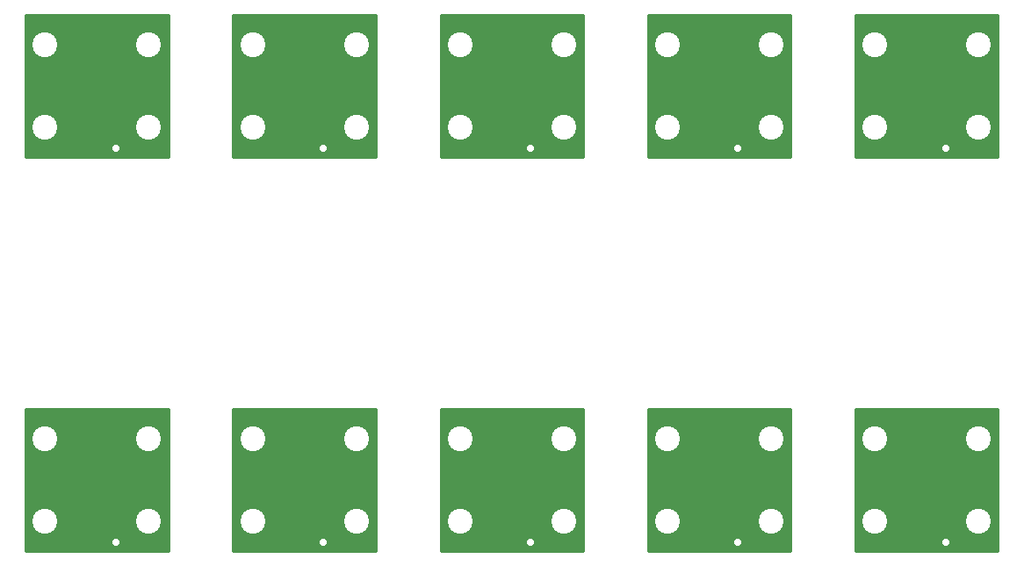
<source format=gbr>
G04 #@! TF.FileFunction,Legend,Bot*
%FSLAX46Y46*%
G04 Gerber Fmt 4.6, Leading zero omitted, Abs format (unit mm)*
G04 Created by KiCad (PCBNEW 4.0.4-stable) date 01/10/17 11:03:04*
%MOMM*%
%LPD*%
G01*
G04 APERTURE LIST*
%ADD10C,0.100000*%
%ADD11C,0.254000*%
%ADD12C,5.900000*%
%ADD13C,0.600000*%
%ADD14C,2.400000*%
%ADD15C,0.700000*%
G04 APERTURE END LIST*
D10*
D11*
G36*
X86873000Y-55873000D02*
X73127000Y-55873000D01*
X73127000Y-42127000D01*
X86873000Y-42127000D01*
X86873000Y-55873000D01*
X86873000Y-55873000D01*
G37*
X86873000Y-55873000D02*
X73127000Y-55873000D01*
X73127000Y-42127000D01*
X86873000Y-42127000D01*
X86873000Y-55873000D01*
G36*
X86873000Y-93873000D02*
X73127000Y-93873000D01*
X73127000Y-80127000D01*
X86873000Y-80127000D01*
X86873000Y-93873000D01*
X86873000Y-93873000D01*
G37*
X86873000Y-93873000D02*
X73127000Y-93873000D01*
X73127000Y-80127000D01*
X86873000Y-80127000D01*
X86873000Y-93873000D01*
G36*
X106873000Y-55873000D02*
X93127000Y-55873000D01*
X93127000Y-42127000D01*
X106873000Y-42127000D01*
X106873000Y-55873000D01*
X106873000Y-55873000D01*
G37*
X106873000Y-55873000D02*
X93127000Y-55873000D01*
X93127000Y-42127000D01*
X106873000Y-42127000D01*
X106873000Y-55873000D01*
G36*
X106873000Y-93873000D02*
X93127000Y-93873000D01*
X93127000Y-80127000D01*
X106873000Y-80127000D01*
X106873000Y-93873000D01*
X106873000Y-93873000D01*
G37*
X106873000Y-93873000D02*
X93127000Y-93873000D01*
X93127000Y-80127000D01*
X106873000Y-80127000D01*
X106873000Y-93873000D01*
G36*
X126873000Y-55873000D02*
X113127000Y-55873000D01*
X113127000Y-42127000D01*
X126873000Y-42127000D01*
X126873000Y-55873000D01*
X126873000Y-55873000D01*
G37*
X126873000Y-55873000D02*
X113127000Y-55873000D01*
X113127000Y-42127000D01*
X126873000Y-42127000D01*
X126873000Y-55873000D01*
G36*
X126873000Y-93873000D02*
X113127000Y-93873000D01*
X113127000Y-80127000D01*
X126873000Y-80127000D01*
X126873000Y-93873000D01*
X126873000Y-93873000D01*
G37*
X126873000Y-93873000D02*
X113127000Y-93873000D01*
X113127000Y-80127000D01*
X126873000Y-80127000D01*
X126873000Y-93873000D01*
G36*
X146873000Y-55873000D02*
X133127000Y-55873000D01*
X133127000Y-42127000D01*
X146873000Y-42127000D01*
X146873000Y-55873000D01*
X146873000Y-55873000D01*
G37*
X146873000Y-55873000D02*
X133127000Y-55873000D01*
X133127000Y-42127000D01*
X146873000Y-42127000D01*
X146873000Y-55873000D01*
G36*
X146873000Y-93873000D02*
X133127000Y-93873000D01*
X133127000Y-80127000D01*
X146873000Y-80127000D01*
X146873000Y-93873000D01*
X146873000Y-93873000D01*
G37*
X146873000Y-93873000D02*
X133127000Y-93873000D01*
X133127000Y-80127000D01*
X146873000Y-80127000D01*
X146873000Y-93873000D01*
G36*
X166873000Y-55873000D02*
X153127000Y-55873000D01*
X153127000Y-42127000D01*
X166873000Y-42127000D01*
X166873000Y-55873000D01*
X166873000Y-55873000D01*
G37*
X166873000Y-55873000D02*
X153127000Y-55873000D01*
X153127000Y-42127000D01*
X166873000Y-42127000D01*
X166873000Y-55873000D01*
G36*
X166873000Y-93873000D02*
X153127000Y-93873000D01*
X153127000Y-80127000D01*
X166873000Y-80127000D01*
X166873000Y-93873000D01*
X166873000Y-93873000D01*
G37*
X166873000Y-93873000D02*
X153127000Y-93873000D01*
X153127000Y-80127000D01*
X166873000Y-80127000D01*
X166873000Y-93873000D01*
%LPC*%
D12*
X90000000Y-111000000D03*
D13*
X90000000Y-108714000D03*
X87714000Y-111000000D03*
X91600000Y-109400000D03*
X92286000Y-111000000D03*
X88400000Y-109400000D03*
X88400000Y-112600000D03*
X90000000Y-113286000D03*
X91600000Y-112600000D03*
D12*
X75000000Y-111000000D03*
D13*
X75000000Y-108714000D03*
X72714000Y-111000000D03*
X76600000Y-109400000D03*
X77286000Y-111000000D03*
X73400000Y-109400000D03*
X73400000Y-112600000D03*
X75000000Y-113286000D03*
X76600000Y-112600000D03*
D12*
X165000000Y-111000000D03*
D13*
X165000000Y-108714000D03*
X162714000Y-111000000D03*
X166600000Y-109400000D03*
X167286000Y-111000000D03*
X163400000Y-109400000D03*
X163400000Y-112600000D03*
X165000000Y-113286000D03*
X166600000Y-112600000D03*
D12*
X130000000Y-111000000D03*
D13*
X130000000Y-108714000D03*
X127714000Y-111000000D03*
X131600000Y-109400000D03*
X132286000Y-111000000D03*
X128400000Y-109400000D03*
X128400000Y-112600000D03*
X130000000Y-113286000D03*
X131600000Y-112600000D03*
D12*
X90000000Y-25000000D03*
D13*
X90000000Y-22714000D03*
X87714000Y-25000000D03*
X91600000Y-23400000D03*
X92286000Y-25000000D03*
X88400000Y-23400000D03*
X88400000Y-26600000D03*
X90000000Y-27286000D03*
X91600000Y-26600000D03*
D12*
X75000000Y-25000000D03*
D13*
X75000000Y-22714000D03*
X72714000Y-25000000D03*
X76600000Y-23400000D03*
X77286000Y-25000000D03*
X73400000Y-23400000D03*
X73400000Y-26600000D03*
X75000000Y-27286000D03*
X76600000Y-26600000D03*
D12*
X130000000Y-25000000D03*
D13*
X130000000Y-22714000D03*
X127714000Y-25000000D03*
X131600000Y-23400000D03*
X132286000Y-25000000D03*
X128400000Y-23400000D03*
X128400000Y-26600000D03*
X130000000Y-27286000D03*
X131600000Y-26600000D03*
D14*
X155000000Y-91000000D03*
X165000000Y-91000000D03*
X155000000Y-53000000D03*
X155000000Y-45000000D03*
X165000000Y-53000000D03*
X165000000Y-45000000D03*
X155000000Y-83000000D03*
X165000000Y-83000000D03*
X135000000Y-91000000D03*
X145000000Y-91000000D03*
X135000000Y-53000000D03*
X135000000Y-45000000D03*
X145000000Y-53000000D03*
X145000000Y-45000000D03*
X135000000Y-83000000D03*
X145000000Y-83000000D03*
X115000000Y-91000000D03*
X125000000Y-91000000D03*
X115000000Y-53000000D03*
X115000000Y-45000000D03*
X125000000Y-53000000D03*
X125000000Y-45000000D03*
X115000000Y-83000000D03*
X125000000Y-83000000D03*
X95000000Y-83000000D03*
X105000000Y-83000000D03*
X105000000Y-53000000D03*
X95000000Y-53000000D03*
X105000000Y-45000000D03*
X95000000Y-45000000D03*
X105000000Y-91000000D03*
X95000000Y-91000000D03*
X85000000Y-83000000D03*
X75000000Y-83000000D03*
X75000000Y-91000000D03*
X85000000Y-91000000D03*
X75000000Y-45000000D03*
X75000000Y-53000000D03*
X85000000Y-45000000D03*
X85000000Y-53000000D03*
D12*
X165000000Y-25000000D03*
D13*
X165000000Y-22714000D03*
X162714000Y-25000000D03*
X166600000Y-23400000D03*
X167286000Y-25000000D03*
X163400000Y-23400000D03*
X163400000Y-26600000D03*
X165000000Y-27286000D03*
X166600000Y-26600000D03*
D15*
X163550000Y-56950000D03*
X152000000Y-57950000D03*
X151000000Y-57950000D03*
X151000000Y-58450000D03*
X151500000Y-57950000D03*
X152000000Y-58450000D03*
X151500000Y-58450000D03*
X151500000Y-60500000D03*
X152000000Y-60000000D03*
X151500000Y-60000000D03*
X151000000Y-60500000D03*
X151000000Y-60000000D03*
X152000000Y-60500000D03*
X151600000Y-73000000D03*
X151100000Y-73000000D03*
X151600000Y-72500000D03*
X151600000Y-72000000D03*
X151600000Y-71500000D03*
X151100000Y-71500000D03*
X151100000Y-72000000D03*
X151100000Y-72500000D03*
X151000000Y-59500000D03*
X151500000Y-59000000D03*
X152000000Y-58950000D03*
X151000000Y-58975000D03*
X151500000Y-59475000D03*
X152000000Y-59475000D03*
X153100000Y-38700000D03*
X153100000Y-38700000D03*
X151100000Y-35000000D03*
X151600000Y-35000000D03*
X151600000Y-34500000D03*
X151600000Y-34000000D03*
X151100000Y-34000000D03*
X151100000Y-33500000D03*
X151100000Y-34500000D03*
X151600000Y-33500000D03*
X161000000Y-39000000D03*
X160000000Y-38000000D03*
X162000000Y-38000000D03*
X160000000Y-40000000D03*
X160000000Y-39000000D03*
X161000000Y-38000000D03*
X156350000Y-40125000D03*
X162000000Y-39000000D03*
X160000000Y-78000000D03*
X153100000Y-76700000D03*
X153100000Y-76700000D03*
X156350000Y-78125000D03*
X160000000Y-77000000D03*
X160000000Y-76000000D03*
X161000000Y-77000000D03*
X162000000Y-76000000D03*
X161000000Y-76000000D03*
X162000000Y-77000000D03*
X151000000Y-95950000D03*
X152000000Y-96450000D03*
X152000000Y-95950000D03*
X151500000Y-96450000D03*
X151500000Y-95950000D03*
X151000000Y-96450000D03*
X151000000Y-98500000D03*
X151000000Y-98000000D03*
X152000000Y-98500000D03*
X152000000Y-98000000D03*
X151500000Y-98000000D03*
X151500000Y-98500000D03*
X163550000Y-94950000D03*
X152000000Y-96950000D03*
X151000000Y-96975000D03*
X152000000Y-97475000D03*
X151500000Y-97475000D03*
X151000000Y-97500000D03*
X151500000Y-97000000D03*
X143550000Y-56950000D03*
X132000000Y-57950000D03*
X131000000Y-57950000D03*
X131000000Y-58450000D03*
X131500000Y-57950000D03*
X132000000Y-58450000D03*
X131500000Y-58450000D03*
X131500000Y-60500000D03*
X132000000Y-60000000D03*
X131500000Y-60000000D03*
X131000000Y-60500000D03*
X131000000Y-60000000D03*
X132000000Y-60500000D03*
X131600000Y-73000000D03*
X131100000Y-73000000D03*
X131600000Y-72500000D03*
X131600000Y-72000000D03*
X131600000Y-71500000D03*
X131100000Y-71500000D03*
X131100000Y-72000000D03*
X131100000Y-72500000D03*
X131000000Y-59500000D03*
X131500000Y-59000000D03*
X132000000Y-58950000D03*
X131000000Y-58975000D03*
X131500000Y-59475000D03*
X132000000Y-59475000D03*
X133100000Y-38700000D03*
X133100000Y-38700000D03*
X131100000Y-35000000D03*
X131600000Y-35000000D03*
X131600000Y-34500000D03*
X131600000Y-34000000D03*
X131100000Y-34000000D03*
X131100000Y-33500000D03*
X131100000Y-34500000D03*
X131600000Y-33500000D03*
X141000000Y-39000000D03*
X140000000Y-38000000D03*
X142000000Y-38000000D03*
X140000000Y-40000000D03*
X140000000Y-39000000D03*
X141000000Y-38000000D03*
X136350000Y-40125000D03*
X142000000Y-39000000D03*
X140000000Y-78000000D03*
X133100000Y-76700000D03*
X133100000Y-76700000D03*
X136350000Y-78125000D03*
X140000000Y-77000000D03*
X140000000Y-76000000D03*
X141000000Y-77000000D03*
X142000000Y-76000000D03*
X141000000Y-76000000D03*
X142000000Y-77000000D03*
X131000000Y-95950000D03*
X132000000Y-96450000D03*
X132000000Y-95950000D03*
X131500000Y-96450000D03*
X131500000Y-95950000D03*
X131000000Y-96450000D03*
X131000000Y-98500000D03*
X131000000Y-98000000D03*
X132000000Y-98500000D03*
X132000000Y-98000000D03*
X131500000Y-98000000D03*
X131500000Y-98500000D03*
X143550000Y-94950000D03*
X132000000Y-96950000D03*
X131000000Y-96975000D03*
X132000000Y-97475000D03*
X131500000Y-97475000D03*
X131000000Y-97500000D03*
X131500000Y-97000000D03*
X123550000Y-56950000D03*
X112000000Y-57950000D03*
X111000000Y-57950000D03*
X111000000Y-58450000D03*
X111500000Y-57950000D03*
X112000000Y-58450000D03*
X111500000Y-58450000D03*
X111500000Y-60500000D03*
X112000000Y-60000000D03*
X111500000Y-60000000D03*
X111000000Y-60500000D03*
X111000000Y-60000000D03*
X112000000Y-60500000D03*
X111600000Y-73000000D03*
X111100000Y-73000000D03*
X111600000Y-72500000D03*
X111600000Y-72000000D03*
X111600000Y-71500000D03*
X111100000Y-71500000D03*
X111100000Y-72000000D03*
X111100000Y-72500000D03*
X111000000Y-59500000D03*
X111500000Y-59000000D03*
X112000000Y-58950000D03*
X111000000Y-58975000D03*
X111500000Y-59475000D03*
X112000000Y-59475000D03*
X113100000Y-38700000D03*
X113100000Y-38700000D03*
X111100000Y-35000000D03*
X111600000Y-35000000D03*
X111600000Y-34500000D03*
X111600000Y-34000000D03*
X111100000Y-34000000D03*
X111100000Y-33500000D03*
X111100000Y-34500000D03*
X111600000Y-33500000D03*
X121000000Y-39000000D03*
X120000000Y-38000000D03*
X122000000Y-38000000D03*
X120000000Y-40000000D03*
X120000000Y-39000000D03*
X121000000Y-38000000D03*
X116350000Y-40125000D03*
X122000000Y-39000000D03*
X120000000Y-78000000D03*
X113100000Y-76700000D03*
X113100000Y-76700000D03*
X116350000Y-78125000D03*
X120000000Y-77000000D03*
X120000000Y-76000000D03*
X121000000Y-77000000D03*
X122000000Y-76000000D03*
X121000000Y-76000000D03*
X122000000Y-77000000D03*
X111000000Y-95950000D03*
X112000000Y-96450000D03*
X112000000Y-95950000D03*
X111500000Y-96450000D03*
X111500000Y-95950000D03*
X111000000Y-96450000D03*
X111000000Y-98500000D03*
X111000000Y-98000000D03*
X112000000Y-98500000D03*
X112000000Y-98000000D03*
X111500000Y-98000000D03*
X111500000Y-98500000D03*
X123550000Y-94950000D03*
X112000000Y-96950000D03*
X111000000Y-96975000D03*
X112000000Y-97475000D03*
X111500000Y-97475000D03*
X111000000Y-97500000D03*
X111500000Y-97000000D03*
X101000000Y-77000000D03*
X102000000Y-77000000D03*
X102000000Y-76000000D03*
X100000000Y-78000000D03*
X101000000Y-76000000D03*
X96350000Y-78125000D03*
X100000000Y-77000000D03*
X100000000Y-76000000D03*
X103550000Y-56950000D03*
X93100000Y-76700000D03*
X91600000Y-73000000D03*
X93100000Y-76700000D03*
X91100000Y-73000000D03*
X91600000Y-72500000D03*
X92000000Y-58450000D03*
X91500000Y-58450000D03*
X91000000Y-57950000D03*
X92000000Y-57950000D03*
X91000000Y-58450000D03*
X91500000Y-57950000D03*
X92000000Y-59475000D03*
X91500000Y-59000000D03*
X92000000Y-58950000D03*
X91000000Y-58975000D03*
X91500000Y-59475000D03*
X91500000Y-60500000D03*
X92000000Y-60500000D03*
X91500000Y-60000000D03*
X91000000Y-60000000D03*
X91000000Y-59500000D03*
X92000000Y-60000000D03*
X91000000Y-60500000D03*
X91100000Y-72500000D03*
X91600000Y-72000000D03*
X91100000Y-71500000D03*
X91100000Y-72000000D03*
X91600000Y-71500000D03*
X93100000Y-38700000D03*
X93100000Y-38700000D03*
X91600000Y-35000000D03*
X91100000Y-35000000D03*
X91100000Y-34500000D03*
X91600000Y-34500000D03*
X91600000Y-34000000D03*
X91600000Y-33500000D03*
X91100000Y-34000000D03*
X91100000Y-33500000D03*
X101000000Y-38000000D03*
X102000000Y-38000000D03*
X101000000Y-39000000D03*
X102000000Y-39000000D03*
X100000000Y-38000000D03*
X100000000Y-39000000D03*
X100000000Y-40000000D03*
X96350000Y-40125000D03*
X91000000Y-98500000D03*
X92000000Y-98000000D03*
X91500000Y-98500000D03*
X91000000Y-98000000D03*
X91500000Y-98000000D03*
X92000000Y-98500000D03*
X103550000Y-94950000D03*
X91000000Y-95950000D03*
X92000000Y-96450000D03*
X91500000Y-96450000D03*
X92000000Y-95950000D03*
X91000000Y-96450000D03*
X91500000Y-95950000D03*
X92000000Y-97475000D03*
X91000000Y-97500000D03*
X91500000Y-97475000D03*
X91000000Y-96975000D03*
X91500000Y-97000000D03*
X92000000Y-96950000D03*
X73100000Y-76700000D03*
X71600000Y-73000000D03*
X73100000Y-76700000D03*
X71600000Y-72500000D03*
X71100000Y-73000000D03*
X71100000Y-71500000D03*
X71600000Y-71500000D03*
X71100000Y-72000000D03*
X71600000Y-72000000D03*
X71100000Y-72500000D03*
X76350000Y-78125000D03*
X80000000Y-77000000D03*
X82000000Y-77000000D03*
X80000000Y-76000000D03*
X81000000Y-77000000D03*
X80000000Y-78000000D03*
X82000000Y-76000000D03*
X81000000Y-76000000D03*
X71500000Y-95950000D03*
X71000000Y-96450000D03*
X71000000Y-95950000D03*
X72000000Y-96450000D03*
X72000000Y-95950000D03*
X71500000Y-96450000D03*
X72000000Y-96950000D03*
X71000000Y-96975000D03*
X72000000Y-97475000D03*
X71500000Y-97475000D03*
X71500000Y-97000000D03*
X71000000Y-98500000D03*
X72000000Y-98500000D03*
X71500000Y-98000000D03*
X71500000Y-98500000D03*
X71000000Y-97500000D03*
X72000000Y-98000000D03*
X71000000Y-98000000D03*
X83550000Y-94950000D03*
X76350000Y-40125000D03*
X73100000Y-38700000D03*
X80000000Y-39000000D03*
X82000000Y-39000000D03*
X82000000Y-38000000D03*
X80000000Y-40000000D03*
X80000000Y-38000000D03*
X81000000Y-38000000D03*
X81000000Y-39000000D03*
X72000000Y-57950000D03*
X71500000Y-57950000D03*
X71000000Y-57950000D03*
X71000000Y-58450000D03*
X71500000Y-58450000D03*
X72000000Y-58450000D03*
X71600000Y-33500000D03*
X71100000Y-33500000D03*
X71100000Y-34000000D03*
X71600000Y-34000000D03*
X71600000Y-34500000D03*
X71100000Y-34500000D03*
X71100000Y-35000000D03*
X71000000Y-58975000D03*
X71500000Y-59000000D03*
X72000000Y-58950000D03*
X72000000Y-59475000D03*
X71500000Y-59475000D03*
X71000000Y-59500000D03*
X71000000Y-60000000D03*
X71600000Y-35000000D03*
X73100000Y-38700000D03*
X83550000Y-56950000D03*
X72000000Y-60000000D03*
X71500000Y-60000000D03*
X72000000Y-60500000D03*
X71500000Y-60500000D03*
X71000000Y-60500000D03*
X163050000Y-65700000D03*
X163025000Y-65125000D03*
X162500000Y-65125000D03*
X162500000Y-65700000D03*
X165250000Y-74500000D03*
X165750000Y-73500000D03*
X165250000Y-74000000D03*
X165250000Y-73500000D03*
X165750000Y-74000000D03*
X165750000Y-74500000D03*
X163000000Y-63500000D03*
X162500000Y-64000000D03*
X163025000Y-64550000D03*
X162500000Y-63500000D03*
X163025000Y-64000000D03*
X162500000Y-64550000D03*
X164250000Y-74500000D03*
X164250000Y-74000000D03*
X164750000Y-73500000D03*
X164750000Y-74000000D03*
X164750000Y-74500000D03*
X164250000Y-73500000D03*
X165250000Y-35500000D03*
X165250000Y-36500000D03*
X165750000Y-35500000D03*
X165750000Y-36500000D03*
X165750000Y-36000000D03*
X165250000Y-36000000D03*
X164750000Y-36500000D03*
X164750000Y-35500000D03*
X164250000Y-36500000D03*
X164750000Y-36000000D03*
X164250000Y-36000000D03*
X164250000Y-35500000D03*
X163025000Y-102550000D03*
X162500000Y-103700000D03*
X163025000Y-103125000D03*
X163050000Y-103700000D03*
X162500000Y-103125000D03*
X162500000Y-102550000D03*
X162500000Y-102000000D03*
X163025000Y-102000000D03*
X163000000Y-101500000D03*
X162500000Y-101500000D03*
X143050000Y-65700000D03*
X143025000Y-65125000D03*
X142500000Y-65125000D03*
X142500000Y-65700000D03*
X145250000Y-74500000D03*
X145750000Y-73500000D03*
X145250000Y-74000000D03*
X145250000Y-73500000D03*
X145750000Y-74000000D03*
X145750000Y-74500000D03*
X143000000Y-63500000D03*
X142500000Y-64000000D03*
X143025000Y-64550000D03*
X142500000Y-63500000D03*
X143025000Y-64000000D03*
X142500000Y-64550000D03*
X144250000Y-74500000D03*
X144250000Y-74000000D03*
X144750000Y-73500000D03*
X144750000Y-74000000D03*
X144750000Y-74500000D03*
X144250000Y-73500000D03*
X145250000Y-35500000D03*
X145250000Y-36500000D03*
X145750000Y-35500000D03*
X145750000Y-36500000D03*
X145750000Y-36000000D03*
X145250000Y-36000000D03*
X144750000Y-36500000D03*
X144750000Y-35500000D03*
X144250000Y-36500000D03*
X144750000Y-36000000D03*
X144250000Y-36000000D03*
X144250000Y-35500000D03*
X143025000Y-102550000D03*
X142500000Y-103700000D03*
X143025000Y-103125000D03*
X143050000Y-103700000D03*
X142500000Y-103125000D03*
X142500000Y-102550000D03*
X142500000Y-102000000D03*
X143025000Y-102000000D03*
X143000000Y-101500000D03*
X142500000Y-101500000D03*
X123050000Y-65700000D03*
X123025000Y-65125000D03*
X122500000Y-65125000D03*
X122500000Y-65700000D03*
X125250000Y-74500000D03*
X125750000Y-73500000D03*
X125250000Y-74000000D03*
X125250000Y-73500000D03*
X125750000Y-74000000D03*
X125750000Y-74500000D03*
X123000000Y-63500000D03*
X122500000Y-64000000D03*
X123025000Y-64550000D03*
X122500000Y-63500000D03*
X123025000Y-64000000D03*
X122500000Y-64550000D03*
X124250000Y-74500000D03*
X124250000Y-74000000D03*
X124750000Y-73500000D03*
X124750000Y-74000000D03*
X124750000Y-74500000D03*
X124250000Y-73500000D03*
X125250000Y-35500000D03*
X125250000Y-36500000D03*
X125750000Y-35500000D03*
X125750000Y-36500000D03*
X125750000Y-36000000D03*
X125250000Y-36000000D03*
X124750000Y-36500000D03*
X124750000Y-35500000D03*
X124250000Y-36500000D03*
X124750000Y-36000000D03*
X124250000Y-36000000D03*
X124250000Y-35500000D03*
X123025000Y-102550000D03*
X122500000Y-103700000D03*
X123025000Y-103125000D03*
X123050000Y-103700000D03*
X122500000Y-103125000D03*
X122500000Y-102550000D03*
X122500000Y-102000000D03*
X123025000Y-102000000D03*
X123000000Y-101500000D03*
X122500000Y-101500000D03*
X104250000Y-74000000D03*
X104750000Y-73500000D03*
X104250000Y-74500000D03*
X104250000Y-73500000D03*
X105250000Y-74500000D03*
X104750000Y-74000000D03*
X104750000Y-74500000D03*
X105750000Y-74500000D03*
X105750000Y-73500000D03*
X105250000Y-74000000D03*
X105250000Y-73500000D03*
X105750000Y-74000000D03*
X103050000Y-65700000D03*
X102500000Y-64550000D03*
X103025000Y-64550000D03*
X102500000Y-65700000D03*
X103025000Y-65125000D03*
X102500000Y-65125000D03*
X102500000Y-64000000D03*
X102500000Y-63500000D03*
X103000000Y-63500000D03*
X103025000Y-64000000D03*
X104750000Y-36500000D03*
X104250000Y-36000000D03*
X104750000Y-35500000D03*
X104250000Y-36500000D03*
X104750000Y-36000000D03*
X104250000Y-35500000D03*
X105750000Y-35500000D03*
X105250000Y-36000000D03*
X105250000Y-35500000D03*
X105250000Y-36500000D03*
X105750000Y-36500000D03*
X105750000Y-36000000D03*
X103025000Y-102550000D03*
X102500000Y-101500000D03*
X103025000Y-102000000D03*
X103000000Y-101500000D03*
X102500000Y-102550000D03*
X102500000Y-102000000D03*
X102500000Y-103700000D03*
X102500000Y-103125000D03*
X103050000Y-103700000D03*
X103025000Y-103125000D03*
X85750000Y-73500000D03*
X85250000Y-73500000D03*
X85250000Y-74000000D03*
X85750000Y-74000000D03*
X85250000Y-74500000D03*
X85750000Y-74500000D03*
X84750000Y-73500000D03*
X84250000Y-74000000D03*
X84250000Y-74500000D03*
X84750000Y-74500000D03*
X84250000Y-73500000D03*
X84750000Y-74000000D03*
X82500000Y-102550000D03*
X82500000Y-103125000D03*
X83050000Y-103700000D03*
X83025000Y-103125000D03*
X82500000Y-103700000D03*
X83025000Y-102550000D03*
X83000000Y-101500000D03*
X83025000Y-102000000D03*
X82500000Y-101500000D03*
X82500000Y-102000000D03*
X83000000Y-63500000D03*
X82500000Y-63500000D03*
X85750000Y-36500000D03*
X85250000Y-36500000D03*
X84750000Y-36500000D03*
X84250000Y-36500000D03*
X84250000Y-36000000D03*
X84750000Y-36000000D03*
X85250000Y-36000000D03*
X85750000Y-36000000D03*
X84250000Y-35500000D03*
X84750000Y-35500000D03*
X85250000Y-35500000D03*
X85750000Y-35500000D03*
X83025000Y-64000000D03*
X83025000Y-64550000D03*
X83025000Y-65125000D03*
X83050000Y-65700000D03*
X82500000Y-65700000D03*
X82500000Y-65125000D03*
X82500000Y-64550000D03*
X82500000Y-64000000D03*
X164774998Y-61800000D03*
X167200020Y-58728980D03*
X164774998Y-99800000D03*
X167200020Y-96728980D03*
X144774998Y-61800000D03*
X147200020Y-58728980D03*
X144774998Y-99800000D03*
X147200020Y-96728980D03*
X124774998Y-61800000D03*
X127200020Y-58728980D03*
X124774998Y-99800000D03*
X127200020Y-96728980D03*
X107200020Y-58728980D03*
X104774998Y-61800000D03*
X104774998Y-99800000D03*
X107200020Y-96728980D03*
X84774998Y-99800000D03*
X87200020Y-96728980D03*
X87200020Y-58728980D03*
X84774998Y-61800000D03*
X165692000Y-61230021D03*
X163660000Y-57928000D03*
X163660000Y-95928000D03*
X165692000Y-99230021D03*
X145692000Y-61230021D03*
X143660000Y-57928000D03*
X143660000Y-95928000D03*
X145692000Y-99230021D03*
X125692000Y-61230021D03*
X123660000Y-57928000D03*
X123660000Y-95928000D03*
X125692000Y-99230021D03*
X103660000Y-57928000D03*
X105692000Y-61230021D03*
X103660000Y-95928000D03*
X105692000Y-99230021D03*
X83660000Y-95928000D03*
X85692000Y-99230021D03*
X85692000Y-61230021D03*
X83660000Y-57928000D03*
X161800000Y-55000000D03*
X161800000Y-93000000D03*
X141800000Y-55000000D03*
X141800000Y-93000000D03*
X121800000Y-55000000D03*
X121800000Y-93000000D03*
X101800000Y-55000000D03*
X101800000Y-93000000D03*
X81800000Y-93000000D03*
X81800000Y-55000000D03*
M02*

</source>
